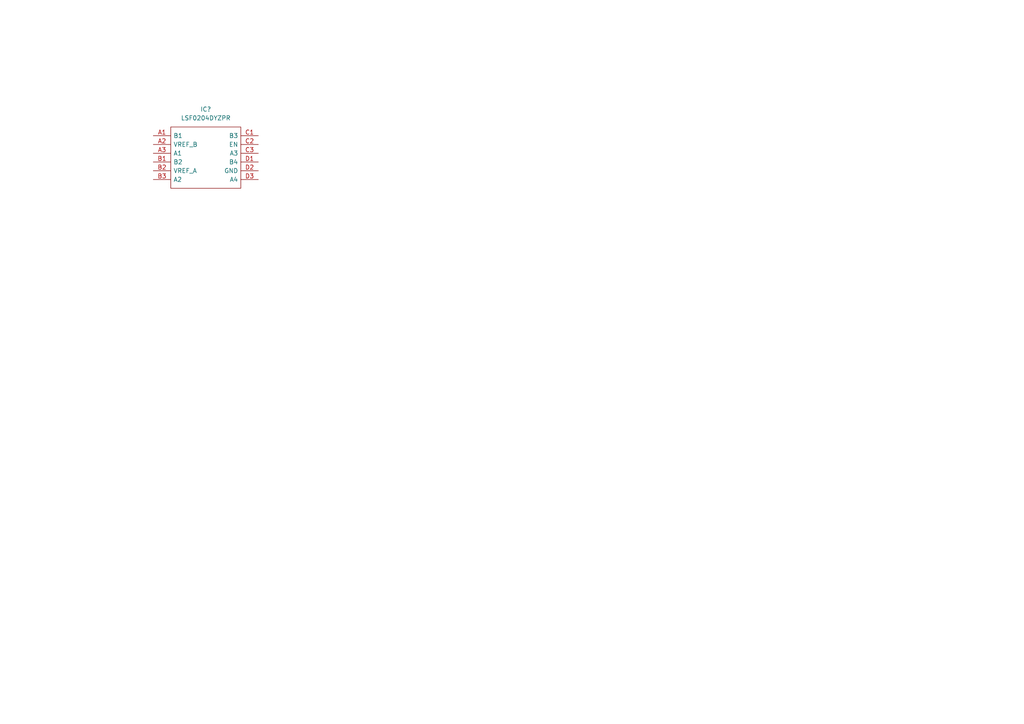
<source format=kicad_sch>
(kicad_sch (version 20211123) (generator eeschema)
  (paper "A4")
  (lib_symbols
    (symbol "Voltage Level Translator:LSF0204DYZPR" (pin_names (offset 0.762))
      (property "Reference" "IC" (at 26.67 7.62 0))
      (property "Value" "LSF0204DYZPR" (at 26.67 5.08 0))
      (symbol "LSF0204DYZPR_0_0"
        (pin passive line (at 0 0 0) (length 5.08) (name "B1") (number "A1"))
        (pin passive line (at 0 -2.54 0) (length 5.08) (name "VREF_B") (number "A2"))
        (pin passive line (at 0 -5.08 0) (length 5.08) (name "A1") (number "A3"))
        (pin passive line (at 0 -7.62 0) (length 5.08) (name "B2") (number "B1"))
        (pin passive line (at 0 -10.16 0) (length 5.08) (name "VREF_A") (number "B2"))
        (pin passive line (at 0 -12.7 0) (length 5.08) (name "A2") (number "B3"))
        (pin passive line (at 30.48 0 180) (length 5.08) (name "B3") (number "C1"))
        (pin passive line (at 30.48 -2.54 180) (length 5.08) (name "EN") (number "C2"))
        (pin passive line (at 30.48 -5.08 180) (length 5.08) (name "A3") (number "C3"))
        (pin passive line (at 30.48 -7.62 180) (length 5.08) (name "B4") (number "D1"))
        (pin passive line (at 30.48 -10.16 180) (length 5.08) (name "GND") (number "D2"))
        (pin passive line (at 30.48 -12.7 180) (length 5.08) (name "A4") (number "D3"))
      )
      (symbol "LSF0204DYZPR_0_1"
        (polyline (pts (xy 5.08 2.54) (xy 25.4 2.54) (xy 25.4 -15.24) (xy 5.08 -15.24) (xy 5.08 2.54)) (stroke (width 0.1524)))
      )
    )
  )
  (symbol (lib_id "Voltage Level Translator:LSF0204DYZPR") (at 44.45 39.37 0) (unit 1)
    (property "Reference" "IC?" (at 59.69 31.6992 0))
    (property "Value" "LSF0204DYZPR" (at 59.69 34.2392 0))
    (property "Footprint" "BGA12C50P3X4_144X194X50" (effects hide))
    (property "Datasheet" "http://www.ti.com/lit/gpn/lsf0204d" (effects hide))
    (property "Description" "4-Bit Bidirectional Multi-Voltage Level Translator for Open-Drain & Push-Pull" (effects hide))
    (property "Height" "0.5" (effects hide))
    (property "Mouser Part Number" "595-LSF0204DYZPR" (effects hide))
    (property "Mouser Price/Stock" "https://www.mouser.co.uk/ProductDetail/Texas-Instruments/LSF0204DYZPR?qs=UfUFg%2FkmHHHXMV6u4PWobw%3D%3D" (effects hide))
    (property "Manufacturer_Name" "Texas Instruments" (effects hide))
    (property "Manufacturer_Part_Number" "LSF0204DYZPR" (effects hide))
  )
)
</source>
